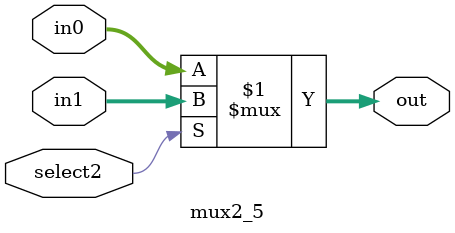
<source format=v>
module mux2_5(out, select2, in0, in1);
    input select2;
    input [4:0] in0, in1;
    output [4:0] out;
    assign out = select2 ? in1 : in0;
endmodule
</source>
